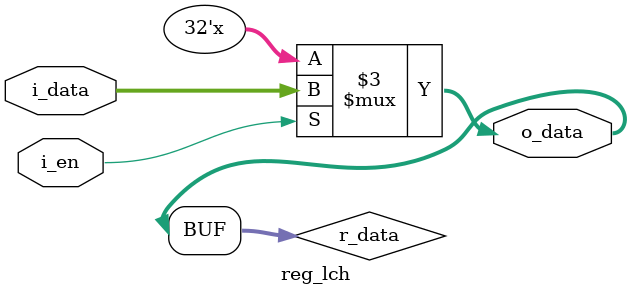
<source format=sv>
/*
 * @Author      : myyerrol
 * @Date        : 2024-12-26 11:11:01
 * @LastEditors : myyerrol
 * @LastEditTime: 2024-12-26 11:11:10
 * @Description : Register with latch.
 *
 * Copyright (c) 2024 by MEMDSL, All Rights Reserved.
 */

`timescale 1ns / 1ps

// verilator lint_off LATCH
module reg_lch #(
    parameter DATA_WIDTH = 32
) (
    input  logic                      i_en,
    input  logic [DATA_WIDTH - 1 : 0] i_data,
    output logic [DATA_WIDTH - 1 : 0] o_data
);

    reg [DATA_WIDTH - 1 : 0] r_data;

    always_comb begin
        if (i_en) begin
            r_data = i_data;
        end
    end

    assign o_data = r_data;

`ifdef REG_CHECK
    assert property (i_en !== 1'bx)
    else $fatal("\nError! X value is detected! This should never happen.\n");
`endif

endmodule

</source>
